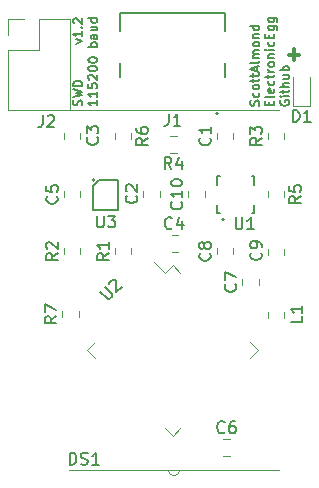
<source format=gto>
G04 #@! TF.GenerationSoftware,KiCad,Pcbnew,(5.1.5)-3*
G04 #@! TF.CreationDate,2020-02-07T15:38:24-08:00*
G04 #@! TF.ProjectId,pcb,7063622e-6b69-4636-9164-5f7063625858,v1.1*
G04 #@! TF.SameCoordinates,Original*
G04 #@! TF.FileFunction,Legend,Top*
G04 #@! TF.FilePolarity,Positive*
%FSLAX46Y46*%
G04 Gerber Fmt 4.6, Leading zero omitted, Abs format (unit mm)*
G04 Created by KiCad (PCBNEW (5.1.5)-3) date 2020-02-07 15:38:24*
%MOMM*%
%LPD*%
G04 APERTURE LIST*
%ADD10C,0.300000*%
%ADD11C,0.127000*%
%ADD12C,0.120000*%
%ADD13C,0.200000*%
%ADD14C,0.150000*%
G04 APERTURE END LIST*
D10*
X152349142Y-91100285D02*
X151434857Y-91100285D01*
X151892000Y-90643142D02*
X151892000Y-91557428D01*
D11*
X148898428Y-95403307D02*
X148934714Y-95294450D01*
X148934714Y-95113021D01*
X148898428Y-95040450D01*
X148862142Y-95004164D01*
X148789571Y-94967878D01*
X148717000Y-94967878D01*
X148644428Y-95004164D01*
X148608142Y-95040450D01*
X148571857Y-95113021D01*
X148535571Y-95258164D01*
X148499285Y-95330735D01*
X148463000Y-95367021D01*
X148390428Y-95403307D01*
X148317857Y-95403307D01*
X148245285Y-95367021D01*
X148209000Y-95330735D01*
X148172714Y-95258164D01*
X148172714Y-95076735D01*
X148209000Y-94967878D01*
X148898428Y-94314735D02*
X148934714Y-94387307D01*
X148934714Y-94532450D01*
X148898428Y-94605021D01*
X148862142Y-94641307D01*
X148789571Y-94677592D01*
X148571857Y-94677592D01*
X148499285Y-94641307D01*
X148463000Y-94605021D01*
X148426714Y-94532450D01*
X148426714Y-94387307D01*
X148463000Y-94314735D01*
X148934714Y-93879307D02*
X148898428Y-93951878D01*
X148862142Y-93988164D01*
X148789571Y-94024450D01*
X148571857Y-94024450D01*
X148499285Y-93988164D01*
X148463000Y-93951878D01*
X148426714Y-93879307D01*
X148426714Y-93770450D01*
X148463000Y-93697878D01*
X148499285Y-93661592D01*
X148571857Y-93625307D01*
X148789571Y-93625307D01*
X148862142Y-93661592D01*
X148898428Y-93697878D01*
X148934714Y-93770450D01*
X148934714Y-93879307D01*
X148426714Y-93407592D02*
X148426714Y-93117307D01*
X148172714Y-93298735D02*
X148825857Y-93298735D01*
X148898428Y-93262450D01*
X148934714Y-93189878D01*
X148934714Y-93117307D01*
X148426714Y-92972164D02*
X148426714Y-92681878D01*
X148172714Y-92863307D02*
X148825857Y-92863307D01*
X148898428Y-92827021D01*
X148934714Y-92754450D01*
X148934714Y-92681878D01*
X148717000Y-92464164D02*
X148717000Y-92101307D01*
X148934714Y-92536735D02*
X148172714Y-92282735D01*
X148934714Y-92028735D01*
X148934714Y-91665878D02*
X148898428Y-91738450D01*
X148825857Y-91774735D01*
X148172714Y-91774735D01*
X148934714Y-91375592D02*
X148426714Y-91375592D01*
X148499285Y-91375592D02*
X148463000Y-91339307D01*
X148426714Y-91266735D01*
X148426714Y-91157878D01*
X148463000Y-91085307D01*
X148535571Y-91049021D01*
X148934714Y-91049021D01*
X148535571Y-91049021D02*
X148463000Y-91012735D01*
X148426714Y-90940164D01*
X148426714Y-90831307D01*
X148463000Y-90758735D01*
X148535571Y-90722450D01*
X148934714Y-90722450D01*
X148934714Y-90250735D02*
X148898428Y-90323307D01*
X148862142Y-90359592D01*
X148789571Y-90395878D01*
X148571857Y-90395878D01*
X148499285Y-90359592D01*
X148463000Y-90323307D01*
X148426714Y-90250735D01*
X148426714Y-90141878D01*
X148463000Y-90069307D01*
X148499285Y-90033021D01*
X148571857Y-89996735D01*
X148789571Y-89996735D01*
X148862142Y-90033021D01*
X148898428Y-90069307D01*
X148934714Y-90141878D01*
X148934714Y-90250735D01*
X148426714Y-89670164D02*
X148934714Y-89670164D01*
X148499285Y-89670164D02*
X148463000Y-89633878D01*
X148426714Y-89561307D01*
X148426714Y-89452450D01*
X148463000Y-89379878D01*
X148535571Y-89343592D01*
X148934714Y-89343592D01*
X148934714Y-88654164D02*
X148172714Y-88654164D01*
X148898428Y-88654164D02*
X148934714Y-88726735D01*
X148934714Y-88871878D01*
X148898428Y-88944450D01*
X148862142Y-88980735D01*
X148789571Y-89017021D01*
X148571857Y-89017021D01*
X148499285Y-88980735D01*
X148463000Y-88944450D01*
X148426714Y-88871878D01*
X148426714Y-88726735D01*
X148463000Y-88654164D01*
X149805571Y-95367021D02*
X149805571Y-95113021D01*
X150204714Y-95004164D02*
X150204714Y-95367021D01*
X149442714Y-95367021D01*
X149442714Y-95004164D01*
X150204714Y-94568735D02*
X150168428Y-94641307D01*
X150095857Y-94677592D01*
X149442714Y-94677592D01*
X150168428Y-93988164D02*
X150204714Y-94060735D01*
X150204714Y-94205878D01*
X150168428Y-94278450D01*
X150095857Y-94314735D01*
X149805571Y-94314735D01*
X149733000Y-94278450D01*
X149696714Y-94205878D01*
X149696714Y-94060735D01*
X149733000Y-93988164D01*
X149805571Y-93951878D01*
X149878142Y-93951878D01*
X149950714Y-94314735D01*
X150168428Y-93298735D02*
X150204714Y-93371307D01*
X150204714Y-93516450D01*
X150168428Y-93589021D01*
X150132142Y-93625307D01*
X150059571Y-93661592D01*
X149841857Y-93661592D01*
X149769285Y-93625307D01*
X149733000Y-93589021D01*
X149696714Y-93516450D01*
X149696714Y-93371307D01*
X149733000Y-93298735D01*
X149696714Y-93081021D02*
X149696714Y-92790735D01*
X149442714Y-92972164D02*
X150095857Y-92972164D01*
X150168428Y-92935878D01*
X150204714Y-92863307D01*
X150204714Y-92790735D01*
X150204714Y-92536735D02*
X149696714Y-92536735D01*
X149841857Y-92536735D02*
X149769285Y-92500450D01*
X149733000Y-92464164D01*
X149696714Y-92391592D01*
X149696714Y-92319021D01*
X150204714Y-91956164D02*
X150168428Y-92028735D01*
X150132142Y-92065021D01*
X150059571Y-92101307D01*
X149841857Y-92101307D01*
X149769285Y-92065021D01*
X149733000Y-92028735D01*
X149696714Y-91956164D01*
X149696714Y-91847307D01*
X149733000Y-91774735D01*
X149769285Y-91738450D01*
X149841857Y-91702164D01*
X150059571Y-91702164D01*
X150132142Y-91738450D01*
X150168428Y-91774735D01*
X150204714Y-91847307D01*
X150204714Y-91956164D01*
X149696714Y-91375592D02*
X150204714Y-91375592D01*
X149769285Y-91375592D02*
X149733000Y-91339307D01*
X149696714Y-91266735D01*
X149696714Y-91157878D01*
X149733000Y-91085307D01*
X149805571Y-91049021D01*
X150204714Y-91049021D01*
X150204714Y-90686164D02*
X149696714Y-90686164D01*
X149442714Y-90686164D02*
X149479000Y-90722450D01*
X149515285Y-90686164D01*
X149479000Y-90649878D01*
X149442714Y-90686164D01*
X149515285Y-90686164D01*
X150168428Y-89996735D02*
X150204714Y-90069307D01*
X150204714Y-90214450D01*
X150168428Y-90287021D01*
X150132142Y-90323307D01*
X150059571Y-90359592D01*
X149841857Y-90359592D01*
X149769285Y-90323307D01*
X149733000Y-90287021D01*
X149696714Y-90214450D01*
X149696714Y-90069307D01*
X149733000Y-89996735D01*
X149805571Y-89670164D02*
X149805571Y-89416164D01*
X150204714Y-89307307D02*
X150204714Y-89670164D01*
X149442714Y-89670164D01*
X149442714Y-89307307D01*
X149696714Y-88654164D02*
X150313571Y-88654164D01*
X150386142Y-88690450D01*
X150422428Y-88726735D01*
X150458714Y-88799307D01*
X150458714Y-88908164D01*
X150422428Y-88980735D01*
X150168428Y-88654164D02*
X150204714Y-88726735D01*
X150204714Y-88871878D01*
X150168428Y-88944450D01*
X150132142Y-88980735D01*
X150059571Y-89017021D01*
X149841857Y-89017021D01*
X149769285Y-88980735D01*
X149733000Y-88944450D01*
X149696714Y-88871878D01*
X149696714Y-88726735D01*
X149733000Y-88654164D01*
X149696714Y-87964735D02*
X150313571Y-87964735D01*
X150386142Y-88001021D01*
X150422428Y-88037307D01*
X150458714Y-88109878D01*
X150458714Y-88218735D01*
X150422428Y-88291307D01*
X150168428Y-87964735D02*
X150204714Y-88037307D01*
X150204714Y-88182450D01*
X150168428Y-88255021D01*
X150132142Y-88291307D01*
X150059571Y-88327592D01*
X149841857Y-88327592D01*
X149769285Y-88291307D01*
X149733000Y-88255021D01*
X149696714Y-88182450D01*
X149696714Y-88037307D01*
X149733000Y-87964735D01*
X150749000Y-94967878D02*
X150712714Y-95040450D01*
X150712714Y-95149307D01*
X150749000Y-95258164D01*
X150821571Y-95330735D01*
X150894142Y-95367021D01*
X151039285Y-95403307D01*
X151148142Y-95403307D01*
X151293285Y-95367021D01*
X151365857Y-95330735D01*
X151438428Y-95258164D01*
X151474714Y-95149307D01*
X151474714Y-95076735D01*
X151438428Y-94967878D01*
X151402142Y-94931592D01*
X151148142Y-94931592D01*
X151148142Y-95076735D01*
X151474714Y-94605021D02*
X150966714Y-94605021D01*
X150712714Y-94605021D02*
X150749000Y-94641307D01*
X150785285Y-94605021D01*
X150749000Y-94568735D01*
X150712714Y-94605021D01*
X150785285Y-94605021D01*
X150966714Y-94351021D02*
X150966714Y-94060735D01*
X150712714Y-94242164D02*
X151365857Y-94242164D01*
X151438428Y-94205878D01*
X151474714Y-94133307D01*
X151474714Y-94060735D01*
X151474714Y-93806735D02*
X150712714Y-93806735D01*
X151474714Y-93480164D02*
X151075571Y-93480164D01*
X151003000Y-93516450D01*
X150966714Y-93589021D01*
X150966714Y-93697878D01*
X151003000Y-93770450D01*
X151039285Y-93806735D01*
X150966714Y-92790735D02*
X151474714Y-92790735D01*
X150966714Y-93117307D02*
X151365857Y-93117307D01*
X151438428Y-93081021D01*
X151474714Y-93008450D01*
X151474714Y-92899592D01*
X151438428Y-92827021D01*
X151402142Y-92790735D01*
X151474714Y-92427878D02*
X150712714Y-92427878D01*
X151003000Y-92427878D02*
X150966714Y-92355307D01*
X150966714Y-92210164D01*
X151003000Y-92137592D01*
X151039285Y-92101307D01*
X151111857Y-92065021D01*
X151329571Y-92065021D01*
X151402142Y-92101307D01*
X151438428Y-92137592D01*
X151474714Y-92210164D01*
X151474714Y-92355307D01*
X151438428Y-92427878D01*
X133912428Y-95377000D02*
X133948714Y-95268142D01*
X133948714Y-95086714D01*
X133912428Y-95014142D01*
X133876142Y-94977857D01*
X133803571Y-94941571D01*
X133731000Y-94941571D01*
X133658428Y-94977857D01*
X133622142Y-95014142D01*
X133585857Y-95086714D01*
X133549571Y-95231857D01*
X133513285Y-95304428D01*
X133477000Y-95340714D01*
X133404428Y-95377000D01*
X133331857Y-95377000D01*
X133259285Y-95340714D01*
X133223000Y-95304428D01*
X133186714Y-95231857D01*
X133186714Y-95050428D01*
X133223000Y-94941571D01*
X133186714Y-94687571D02*
X133948714Y-94506142D01*
X133404428Y-94361000D01*
X133948714Y-94215857D01*
X133186714Y-94034428D01*
X133948714Y-93744142D02*
X133186714Y-93744142D01*
X133186714Y-93562714D01*
X133223000Y-93453857D01*
X133295571Y-93381285D01*
X133368142Y-93345000D01*
X133513285Y-93308714D01*
X133622142Y-93308714D01*
X133767285Y-93345000D01*
X133839857Y-93381285D01*
X133912428Y-93453857D01*
X133948714Y-93562714D01*
X133948714Y-93744142D01*
X133440714Y-90151857D02*
X133948714Y-89970428D01*
X133440714Y-89789000D01*
X133948714Y-89099571D02*
X133948714Y-89535000D01*
X133948714Y-89317285D02*
X133186714Y-89317285D01*
X133295571Y-89389857D01*
X133368142Y-89462428D01*
X133404428Y-89535000D01*
X133876142Y-88773000D02*
X133912428Y-88736714D01*
X133948714Y-88773000D01*
X133912428Y-88809285D01*
X133876142Y-88773000D01*
X133948714Y-88773000D01*
X133259285Y-88446428D02*
X133223000Y-88410142D01*
X133186714Y-88337571D01*
X133186714Y-88156142D01*
X133223000Y-88083571D01*
X133259285Y-88047285D01*
X133331857Y-88011000D01*
X133404428Y-88011000D01*
X133513285Y-88047285D01*
X133948714Y-88482714D01*
X133948714Y-88011000D01*
X135218714Y-94959714D02*
X135218714Y-95395142D01*
X135218714Y-95177428D02*
X134456714Y-95177428D01*
X134565571Y-95250000D01*
X134638142Y-95322571D01*
X134674428Y-95395142D01*
X135218714Y-94234000D02*
X135218714Y-94669428D01*
X135218714Y-94451714D02*
X134456714Y-94451714D01*
X134565571Y-94524285D01*
X134638142Y-94596857D01*
X134674428Y-94669428D01*
X134456714Y-93544571D02*
X134456714Y-93907428D01*
X134819571Y-93943714D01*
X134783285Y-93907428D01*
X134747000Y-93834857D01*
X134747000Y-93653428D01*
X134783285Y-93580857D01*
X134819571Y-93544571D01*
X134892142Y-93508285D01*
X135073571Y-93508285D01*
X135146142Y-93544571D01*
X135182428Y-93580857D01*
X135218714Y-93653428D01*
X135218714Y-93834857D01*
X135182428Y-93907428D01*
X135146142Y-93943714D01*
X134529285Y-93218000D02*
X134493000Y-93181714D01*
X134456714Y-93109142D01*
X134456714Y-92927714D01*
X134493000Y-92855142D01*
X134529285Y-92818857D01*
X134601857Y-92782571D01*
X134674428Y-92782571D01*
X134783285Y-92818857D01*
X135218714Y-93254285D01*
X135218714Y-92782571D01*
X134456714Y-92310857D02*
X134456714Y-92238285D01*
X134493000Y-92165714D01*
X134529285Y-92129428D01*
X134601857Y-92093142D01*
X134747000Y-92056857D01*
X134928428Y-92056857D01*
X135073571Y-92093142D01*
X135146142Y-92129428D01*
X135182428Y-92165714D01*
X135218714Y-92238285D01*
X135218714Y-92310857D01*
X135182428Y-92383428D01*
X135146142Y-92419714D01*
X135073571Y-92456000D01*
X134928428Y-92492285D01*
X134747000Y-92492285D01*
X134601857Y-92456000D01*
X134529285Y-92419714D01*
X134493000Y-92383428D01*
X134456714Y-92310857D01*
X134456714Y-91585142D02*
X134456714Y-91512571D01*
X134493000Y-91440000D01*
X134529285Y-91403714D01*
X134601857Y-91367428D01*
X134747000Y-91331142D01*
X134928428Y-91331142D01*
X135073571Y-91367428D01*
X135146142Y-91403714D01*
X135182428Y-91440000D01*
X135218714Y-91512571D01*
X135218714Y-91585142D01*
X135182428Y-91657714D01*
X135146142Y-91694000D01*
X135073571Y-91730285D01*
X134928428Y-91766571D01*
X134747000Y-91766571D01*
X134601857Y-91730285D01*
X134529285Y-91694000D01*
X134493000Y-91657714D01*
X134456714Y-91585142D01*
X135218714Y-90424000D02*
X134456714Y-90424000D01*
X134747000Y-90424000D02*
X134710714Y-90351428D01*
X134710714Y-90206285D01*
X134747000Y-90133714D01*
X134783285Y-90097428D01*
X134855857Y-90061142D01*
X135073571Y-90061142D01*
X135146142Y-90097428D01*
X135182428Y-90133714D01*
X135218714Y-90206285D01*
X135218714Y-90351428D01*
X135182428Y-90424000D01*
X135218714Y-89408000D02*
X134819571Y-89408000D01*
X134747000Y-89444285D01*
X134710714Y-89516857D01*
X134710714Y-89662000D01*
X134747000Y-89734571D01*
X135182428Y-89408000D02*
X135218714Y-89480571D01*
X135218714Y-89662000D01*
X135182428Y-89734571D01*
X135109857Y-89770857D01*
X135037285Y-89770857D01*
X134964714Y-89734571D01*
X134928428Y-89662000D01*
X134928428Y-89480571D01*
X134892142Y-89408000D01*
X134710714Y-88718571D02*
X135218714Y-88718571D01*
X134710714Y-89045142D02*
X135109857Y-89045142D01*
X135182428Y-89008857D01*
X135218714Y-88936285D01*
X135218714Y-88827428D01*
X135182428Y-88754857D01*
X135146142Y-88718571D01*
X135218714Y-88029142D02*
X134456714Y-88029142D01*
X135182428Y-88029142D02*
X135218714Y-88101714D01*
X135218714Y-88246857D01*
X135182428Y-88319428D01*
X135146142Y-88355714D01*
X135073571Y-88392000D01*
X134855857Y-88392000D01*
X134783285Y-88355714D01*
X134747000Y-88319428D01*
X134710714Y-88246857D01*
X134710714Y-88101714D01*
X134747000Y-88029142D01*
D12*
X142232000Y-126238000D02*
G75*
G02X141232000Y-126238000I-500000J0D01*
G01*
X150622000Y-95758000D02*
X132842000Y-95758000D01*
X150622000Y-126238000D02*
X132842000Y-126238000D01*
X151078000Y-108033078D02*
X151078000Y-107515922D01*
X149658000Y-108033078D02*
X149658000Y-107515922D01*
X148919000Y-110621578D02*
X148919000Y-110104422D01*
X147499000Y-110621578D02*
X147499000Y-110104422D01*
X146435578Y-125043000D02*
X145918422Y-125043000D01*
X146435578Y-123623000D02*
X145918422Y-123623000D01*
X149658000Y-102659922D02*
X149658000Y-103177078D01*
X151078000Y-102659922D02*
X151078000Y-103177078D01*
X139117000Y-102659922D02*
X139117000Y-103177078D01*
X140537000Y-102659922D02*
X140537000Y-103177078D01*
X141521922Y-107771000D02*
X142039078Y-107771000D01*
X141521922Y-106351000D02*
X142039078Y-106351000D01*
X136704000Y-97736922D02*
X136704000Y-98254078D01*
X138124000Y-97736922D02*
X138124000Y-98254078D01*
X144347000Y-103177078D02*
X144347000Y-102659922D01*
X142927000Y-103177078D02*
X142927000Y-102659922D01*
X141942078Y-97969000D02*
X141424922Y-97969000D01*
X141942078Y-99389000D02*
X141424922Y-99389000D01*
X146760000Y-98224078D02*
X146760000Y-97706922D01*
X145340000Y-98224078D02*
X145340000Y-97706922D01*
X151078000Y-98224078D02*
X151078000Y-97706922D01*
X149658000Y-98224078D02*
X149658000Y-97706922D01*
X145340000Y-107485922D02*
X145340000Y-108003078D01*
X146760000Y-107485922D02*
X146760000Y-108003078D01*
X138124000Y-108003078D02*
X138124000Y-107485922D01*
X136704000Y-108003078D02*
X136704000Y-107485922D01*
X133806000Y-108003078D02*
X133806000Y-107485922D01*
X132386000Y-108003078D02*
X132386000Y-107485922D01*
X132259000Y-112819922D02*
X132259000Y-113337078D01*
X133679000Y-112819922D02*
X133679000Y-113337078D01*
X133806000Y-103177078D02*
X133806000Y-102659922D01*
X132386000Y-103177078D02*
X132386000Y-102659922D01*
X153212000Y-95461500D02*
X153212000Y-92976500D01*
X151842000Y-95461500D02*
X153212000Y-95461500D01*
X151842000Y-92976500D02*
X151842000Y-95461500D01*
X127702000Y-88078000D02*
X129032000Y-88078000D01*
X127702000Y-89408000D02*
X127702000Y-88078000D01*
X130302000Y-88078000D02*
X132902000Y-88078000D01*
X130302000Y-90678000D02*
X130302000Y-88078000D01*
X127702000Y-90678000D02*
X130302000Y-90678000D01*
X132902000Y-88078000D02*
X132902000Y-95818000D01*
X127702000Y-90678000D02*
X127702000Y-95818000D01*
X127702000Y-95818000D02*
X132902000Y-95818000D01*
X132386000Y-97706922D02*
X132386000Y-98224078D01*
X133806000Y-97706922D02*
X133806000Y-98224078D01*
X149658000Y-112849922D02*
X149658000Y-113367078D01*
X151078000Y-112849922D02*
X151078000Y-113367078D01*
D13*
X146075000Y-89063000D02*
X146075000Y-87573000D01*
X146075000Y-87573000D02*
X137135000Y-87573000D01*
X137135000Y-87573000D02*
X137135000Y-89063000D01*
X146075000Y-92993000D02*
X146075000Y-91783000D01*
X137135000Y-92993000D02*
X137135000Y-91783000D01*
X145485000Y-96083000D02*
G75*
G03X145485000Y-96083000I-100000J0D01*
G01*
D11*
X145605000Y-104527000D02*
X145375000Y-104527000D01*
X145375000Y-104527000D02*
X145375000Y-103797000D01*
X145375000Y-102097000D02*
X145375000Y-101367000D01*
X145375000Y-101367000D02*
X145605000Y-101367000D01*
X148305000Y-104527000D02*
X148535000Y-104527000D01*
X148535000Y-104527000D02*
X148535000Y-103797000D01*
X148535000Y-102097000D02*
X148535000Y-101367000D01*
X148535000Y-101367000D02*
X148305000Y-101367000D01*
D13*
X145955000Y-105047000D02*
G75*
G03X145955000Y-105047000I-100000J0D01*
G01*
D12*
X140933249Y-122685380D02*
X141605000Y-123357131D01*
X141605000Y-123357131D02*
X142276751Y-122685380D01*
X135050120Y-116802251D02*
X134378369Y-116130500D01*
X134378369Y-116130500D02*
X135050120Y-115458749D01*
X148159880Y-115458749D02*
X148831631Y-116130500D01*
X148831631Y-116130500D02*
X148159880Y-116802251D01*
X142276751Y-109575620D02*
X141605000Y-108903869D01*
X141605000Y-108903869D02*
X140933249Y-109575620D01*
X140933249Y-109575620D02*
X140021081Y-108663452D01*
D13*
X135363000Y-101715000D02*
X137026000Y-101715000D01*
X137026000Y-101715000D02*
X137026000Y-104241000D01*
X137026000Y-104241000D02*
X134900000Y-104241000D01*
X134900000Y-104241000D02*
X134900000Y-102178000D01*
X134900000Y-102178000D02*
X135363000Y-101715000D01*
X135000000Y-101715000D02*
G75*
G03X135000000Y-101715000I-100000J0D01*
G01*
D14*
X132897714Y-125801380D02*
X132897714Y-124801380D01*
X133135809Y-124801380D01*
X133278666Y-124849000D01*
X133373904Y-124944238D01*
X133421523Y-125039476D01*
X133469142Y-125229952D01*
X133469142Y-125372809D01*
X133421523Y-125563285D01*
X133373904Y-125658523D01*
X133278666Y-125753761D01*
X133135809Y-125801380D01*
X132897714Y-125801380D01*
X133850095Y-125753761D02*
X133992952Y-125801380D01*
X134231047Y-125801380D01*
X134326285Y-125753761D01*
X134373904Y-125706142D01*
X134421523Y-125610904D01*
X134421523Y-125515666D01*
X134373904Y-125420428D01*
X134326285Y-125372809D01*
X134231047Y-125325190D01*
X134040571Y-125277571D01*
X133945333Y-125229952D01*
X133897714Y-125182333D01*
X133850095Y-125087095D01*
X133850095Y-124991857D01*
X133897714Y-124896619D01*
X133945333Y-124849000D01*
X134040571Y-124801380D01*
X134278666Y-124801380D01*
X134421523Y-124849000D01*
X135373904Y-125801380D02*
X134802476Y-125801380D01*
X135088190Y-125801380D02*
X135088190Y-124801380D01*
X134992952Y-124944238D01*
X134897714Y-125039476D01*
X134802476Y-125087095D01*
X149074142Y-107862666D02*
X149121761Y-107910285D01*
X149169380Y-108053142D01*
X149169380Y-108148380D01*
X149121761Y-108291238D01*
X149026523Y-108386476D01*
X148931285Y-108434095D01*
X148740809Y-108481714D01*
X148597952Y-108481714D01*
X148407476Y-108434095D01*
X148312238Y-108386476D01*
X148217000Y-108291238D01*
X148169380Y-108148380D01*
X148169380Y-108053142D01*
X148217000Y-107910285D01*
X148264619Y-107862666D01*
X149169380Y-107386476D02*
X149169380Y-107196000D01*
X149121761Y-107100761D01*
X149074142Y-107053142D01*
X148931285Y-106957904D01*
X148740809Y-106910285D01*
X148359857Y-106910285D01*
X148264619Y-106957904D01*
X148217000Y-107005523D01*
X148169380Y-107100761D01*
X148169380Y-107291238D01*
X148217000Y-107386476D01*
X148264619Y-107434095D01*
X148359857Y-107481714D01*
X148597952Y-107481714D01*
X148693190Y-107434095D01*
X148740809Y-107386476D01*
X148788428Y-107291238D01*
X148788428Y-107100761D01*
X148740809Y-107005523D01*
X148693190Y-106957904D01*
X148597952Y-106910285D01*
X146915142Y-110529666D02*
X146962761Y-110577285D01*
X147010380Y-110720142D01*
X147010380Y-110815380D01*
X146962761Y-110958238D01*
X146867523Y-111053476D01*
X146772285Y-111101095D01*
X146581809Y-111148714D01*
X146438952Y-111148714D01*
X146248476Y-111101095D01*
X146153238Y-111053476D01*
X146058000Y-110958238D01*
X146010380Y-110815380D01*
X146010380Y-110720142D01*
X146058000Y-110577285D01*
X146105619Y-110529666D01*
X146010380Y-110196333D02*
X146010380Y-109529666D01*
X147010380Y-109958238D01*
X146010333Y-123039142D02*
X145962714Y-123086761D01*
X145819857Y-123134380D01*
X145724619Y-123134380D01*
X145581761Y-123086761D01*
X145486523Y-122991523D01*
X145438904Y-122896285D01*
X145391285Y-122705809D01*
X145391285Y-122562952D01*
X145438904Y-122372476D01*
X145486523Y-122277238D01*
X145581761Y-122182000D01*
X145724619Y-122134380D01*
X145819857Y-122134380D01*
X145962714Y-122182000D01*
X146010333Y-122229619D01*
X146867476Y-122134380D02*
X146677000Y-122134380D01*
X146581761Y-122182000D01*
X146534142Y-122229619D01*
X146438904Y-122372476D01*
X146391285Y-122562952D01*
X146391285Y-122943904D01*
X146438904Y-123039142D01*
X146486523Y-123086761D01*
X146581761Y-123134380D01*
X146772238Y-123134380D01*
X146867476Y-123086761D01*
X146915095Y-123039142D01*
X146962714Y-122943904D01*
X146962714Y-122705809D01*
X146915095Y-122610571D01*
X146867476Y-122562952D01*
X146772238Y-122515333D01*
X146581761Y-122515333D01*
X146486523Y-122562952D01*
X146438904Y-122610571D01*
X146391285Y-122705809D01*
X152470380Y-103085166D02*
X151994190Y-103418500D01*
X152470380Y-103656595D02*
X151470380Y-103656595D01*
X151470380Y-103275642D01*
X151518000Y-103180404D01*
X151565619Y-103132785D01*
X151660857Y-103085166D01*
X151803714Y-103085166D01*
X151898952Y-103132785D01*
X151946571Y-103180404D01*
X151994190Y-103275642D01*
X151994190Y-103656595D01*
X151470380Y-102180404D02*
X151470380Y-102656595D01*
X151946571Y-102704214D01*
X151898952Y-102656595D01*
X151851333Y-102561357D01*
X151851333Y-102323261D01*
X151898952Y-102228023D01*
X151946571Y-102180404D01*
X152041809Y-102132785D01*
X152279904Y-102132785D01*
X152375142Y-102180404D01*
X152422761Y-102228023D01*
X152470380Y-102323261D01*
X152470380Y-102561357D01*
X152422761Y-102656595D01*
X152375142Y-102704214D01*
X138533142Y-103036666D02*
X138580761Y-103084285D01*
X138628380Y-103227142D01*
X138628380Y-103322380D01*
X138580761Y-103465238D01*
X138485523Y-103560476D01*
X138390285Y-103608095D01*
X138199809Y-103655714D01*
X138056952Y-103655714D01*
X137866476Y-103608095D01*
X137771238Y-103560476D01*
X137676000Y-103465238D01*
X137628380Y-103322380D01*
X137628380Y-103227142D01*
X137676000Y-103084285D01*
X137723619Y-103036666D01*
X137723619Y-102655714D02*
X137676000Y-102608095D01*
X137628380Y-102512857D01*
X137628380Y-102274761D01*
X137676000Y-102179523D01*
X137723619Y-102131904D01*
X137818857Y-102084285D01*
X137914095Y-102084285D01*
X138056952Y-102131904D01*
X138628380Y-102703333D01*
X138628380Y-102084285D01*
X141565333Y-105767142D02*
X141517714Y-105814761D01*
X141374857Y-105862380D01*
X141279619Y-105862380D01*
X141136761Y-105814761D01*
X141041523Y-105719523D01*
X140993904Y-105624285D01*
X140946285Y-105433809D01*
X140946285Y-105290952D01*
X140993904Y-105100476D01*
X141041523Y-105005238D01*
X141136761Y-104910000D01*
X141279619Y-104862380D01*
X141374857Y-104862380D01*
X141517714Y-104910000D01*
X141565333Y-104957619D01*
X142422476Y-105195714D02*
X142422476Y-105862380D01*
X142184380Y-104814761D02*
X141946285Y-105529047D01*
X142565333Y-105529047D01*
X139516380Y-98162166D02*
X139040190Y-98495500D01*
X139516380Y-98733595D02*
X138516380Y-98733595D01*
X138516380Y-98352642D01*
X138564000Y-98257404D01*
X138611619Y-98209785D01*
X138706857Y-98162166D01*
X138849714Y-98162166D01*
X138944952Y-98209785D01*
X138992571Y-98257404D01*
X139040190Y-98352642D01*
X139040190Y-98733595D01*
X138516380Y-97305023D02*
X138516380Y-97495500D01*
X138564000Y-97590738D01*
X138611619Y-97638357D01*
X138754476Y-97733595D01*
X138944952Y-97781214D01*
X139325904Y-97781214D01*
X139421142Y-97733595D01*
X139468761Y-97685976D01*
X139516380Y-97590738D01*
X139516380Y-97400261D01*
X139468761Y-97305023D01*
X139421142Y-97257404D01*
X139325904Y-97209785D01*
X139087809Y-97209785D01*
X138992571Y-97257404D01*
X138944952Y-97305023D01*
X138897333Y-97400261D01*
X138897333Y-97590738D01*
X138944952Y-97685976D01*
X138992571Y-97733595D01*
X139087809Y-97781214D01*
X142344142Y-103561357D02*
X142391761Y-103608976D01*
X142439380Y-103751833D01*
X142439380Y-103847071D01*
X142391761Y-103989928D01*
X142296523Y-104085166D01*
X142201285Y-104132785D01*
X142010809Y-104180404D01*
X141867952Y-104180404D01*
X141677476Y-104132785D01*
X141582238Y-104085166D01*
X141487000Y-103989928D01*
X141439380Y-103847071D01*
X141439380Y-103751833D01*
X141487000Y-103608976D01*
X141534619Y-103561357D01*
X142439380Y-102608976D02*
X142439380Y-103180404D01*
X142439380Y-102894690D02*
X141439380Y-102894690D01*
X141582238Y-102989928D01*
X141677476Y-103085166D01*
X141725095Y-103180404D01*
X141439380Y-101989928D02*
X141439380Y-101894690D01*
X141487000Y-101799452D01*
X141534619Y-101751833D01*
X141629857Y-101704214D01*
X141820333Y-101656595D01*
X142058428Y-101656595D01*
X142248904Y-101704214D01*
X142344142Y-101751833D01*
X142391761Y-101799452D01*
X142439380Y-101894690D01*
X142439380Y-101989928D01*
X142391761Y-102085166D01*
X142344142Y-102132785D01*
X142248904Y-102180404D01*
X142058428Y-102228023D01*
X141820333Y-102228023D01*
X141629857Y-102180404D01*
X141534619Y-102132785D01*
X141487000Y-102085166D01*
X141439380Y-101989928D01*
X141516833Y-100781380D02*
X141183500Y-100305190D01*
X140945404Y-100781380D02*
X140945404Y-99781380D01*
X141326357Y-99781380D01*
X141421595Y-99829000D01*
X141469214Y-99876619D01*
X141516833Y-99971857D01*
X141516833Y-100114714D01*
X141469214Y-100209952D01*
X141421595Y-100257571D01*
X141326357Y-100305190D01*
X140945404Y-100305190D01*
X142373976Y-100114714D02*
X142373976Y-100781380D01*
X142135880Y-99733761D02*
X141897785Y-100448047D01*
X142516833Y-100448047D01*
X144757142Y-98132166D02*
X144804761Y-98179785D01*
X144852380Y-98322642D01*
X144852380Y-98417880D01*
X144804761Y-98560738D01*
X144709523Y-98655976D01*
X144614285Y-98703595D01*
X144423809Y-98751214D01*
X144280952Y-98751214D01*
X144090476Y-98703595D01*
X143995238Y-98655976D01*
X143900000Y-98560738D01*
X143852380Y-98417880D01*
X143852380Y-98322642D01*
X143900000Y-98179785D01*
X143947619Y-98132166D01*
X144852380Y-97179785D02*
X144852380Y-97751214D01*
X144852380Y-97465500D02*
X143852380Y-97465500D01*
X143995238Y-97560738D01*
X144090476Y-97655976D01*
X144138095Y-97751214D01*
X149170380Y-98132166D02*
X148694190Y-98465500D01*
X149170380Y-98703595D02*
X148170380Y-98703595D01*
X148170380Y-98322642D01*
X148218000Y-98227404D01*
X148265619Y-98179785D01*
X148360857Y-98132166D01*
X148503714Y-98132166D01*
X148598952Y-98179785D01*
X148646571Y-98227404D01*
X148694190Y-98322642D01*
X148694190Y-98703595D01*
X148170380Y-97798833D02*
X148170380Y-97179785D01*
X148551333Y-97513119D01*
X148551333Y-97370261D01*
X148598952Y-97275023D01*
X148646571Y-97227404D01*
X148741809Y-97179785D01*
X148979904Y-97179785D01*
X149075142Y-97227404D01*
X149122761Y-97275023D01*
X149170380Y-97370261D01*
X149170380Y-97655976D01*
X149122761Y-97751214D01*
X149075142Y-97798833D01*
X144756142Y-107911166D02*
X144803761Y-107958785D01*
X144851380Y-108101642D01*
X144851380Y-108196880D01*
X144803761Y-108339738D01*
X144708523Y-108434976D01*
X144613285Y-108482595D01*
X144422809Y-108530214D01*
X144279952Y-108530214D01*
X144089476Y-108482595D01*
X143994238Y-108434976D01*
X143899000Y-108339738D01*
X143851380Y-108196880D01*
X143851380Y-108101642D01*
X143899000Y-107958785D01*
X143946619Y-107911166D01*
X144279952Y-107339738D02*
X144232333Y-107434976D01*
X144184714Y-107482595D01*
X144089476Y-107530214D01*
X144041857Y-107530214D01*
X143946619Y-107482595D01*
X143899000Y-107434976D01*
X143851380Y-107339738D01*
X143851380Y-107149261D01*
X143899000Y-107054023D01*
X143946619Y-107006404D01*
X144041857Y-106958785D01*
X144089476Y-106958785D01*
X144184714Y-107006404D01*
X144232333Y-107054023D01*
X144279952Y-107149261D01*
X144279952Y-107339738D01*
X144327571Y-107434976D01*
X144375190Y-107482595D01*
X144470428Y-107530214D01*
X144660904Y-107530214D01*
X144756142Y-107482595D01*
X144803761Y-107434976D01*
X144851380Y-107339738D01*
X144851380Y-107149261D01*
X144803761Y-107054023D01*
X144756142Y-107006404D01*
X144660904Y-106958785D01*
X144470428Y-106958785D01*
X144375190Y-107006404D01*
X144327571Y-107054023D01*
X144279952Y-107149261D01*
X136216380Y-107911166D02*
X135740190Y-108244500D01*
X136216380Y-108482595D02*
X135216380Y-108482595D01*
X135216380Y-108101642D01*
X135264000Y-108006404D01*
X135311619Y-107958785D01*
X135406857Y-107911166D01*
X135549714Y-107911166D01*
X135644952Y-107958785D01*
X135692571Y-108006404D01*
X135740190Y-108101642D01*
X135740190Y-108482595D01*
X136216380Y-106958785D02*
X136216380Y-107530214D01*
X136216380Y-107244500D02*
X135216380Y-107244500D01*
X135359238Y-107339738D01*
X135454476Y-107434976D01*
X135502095Y-107530214D01*
X131898380Y-107911166D02*
X131422190Y-108244500D01*
X131898380Y-108482595D02*
X130898380Y-108482595D01*
X130898380Y-108101642D01*
X130946000Y-108006404D01*
X130993619Y-107958785D01*
X131088857Y-107911166D01*
X131231714Y-107911166D01*
X131326952Y-107958785D01*
X131374571Y-108006404D01*
X131422190Y-108101642D01*
X131422190Y-108482595D01*
X130993619Y-107530214D02*
X130946000Y-107482595D01*
X130898380Y-107387357D01*
X130898380Y-107149261D01*
X130946000Y-107054023D01*
X130993619Y-107006404D01*
X131088857Y-106958785D01*
X131184095Y-106958785D01*
X131326952Y-107006404D01*
X131898380Y-107577833D01*
X131898380Y-106958785D01*
X131770380Y-113245166D02*
X131294190Y-113578500D01*
X131770380Y-113816595D02*
X130770380Y-113816595D01*
X130770380Y-113435642D01*
X130818000Y-113340404D01*
X130865619Y-113292785D01*
X130960857Y-113245166D01*
X131103714Y-113245166D01*
X131198952Y-113292785D01*
X131246571Y-113340404D01*
X131294190Y-113435642D01*
X131294190Y-113816595D01*
X130770380Y-112911833D02*
X130770380Y-112245166D01*
X131770380Y-112673738D01*
X131803142Y-103085166D02*
X131850761Y-103132785D01*
X131898380Y-103275642D01*
X131898380Y-103370880D01*
X131850761Y-103513738D01*
X131755523Y-103608976D01*
X131660285Y-103656595D01*
X131469809Y-103704214D01*
X131326952Y-103704214D01*
X131136476Y-103656595D01*
X131041238Y-103608976D01*
X130946000Y-103513738D01*
X130898380Y-103370880D01*
X130898380Y-103275642D01*
X130946000Y-103132785D01*
X130993619Y-103085166D01*
X130898380Y-102180404D02*
X130898380Y-102656595D01*
X131374571Y-102704214D01*
X131326952Y-102656595D01*
X131279333Y-102561357D01*
X131279333Y-102323261D01*
X131326952Y-102228023D01*
X131374571Y-102180404D01*
X131469809Y-102132785D01*
X131707904Y-102132785D01*
X131803142Y-102180404D01*
X131850761Y-102228023D01*
X131898380Y-102323261D01*
X131898380Y-102561357D01*
X131850761Y-102656595D01*
X131803142Y-102704214D01*
X151788904Y-96768880D02*
X151788904Y-95768880D01*
X152027000Y-95768880D01*
X152169857Y-95816500D01*
X152265095Y-95911738D01*
X152312714Y-96006976D01*
X152360333Y-96197452D01*
X152360333Y-96340309D01*
X152312714Y-96530785D01*
X152265095Y-96626023D01*
X152169857Y-96721261D01*
X152027000Y-96768880D01*
X151788904Y-96768880D01*
X153312714Y-96768880D02*
X152741285Y-96768880D01*
X153027000Y-96768880D02*
X153027000Y-95768880D01*
X152931761Y-95911738D01*
X152836523Y-96006976D01*
X152741285Y-96054595D01*
X130603666Y-96226380D02*
X130603666Y-96940666D01*
X130556047Y-97083523D01*
X130460809Y-97178761D01*
X130317952Y-97226380D01*
X130222714Y-97226380D01*
X131032238Y-96321619D02*
X131079857Y-96274000D01*
X131175095Y-96226380D01*
X131413190Y-96226380D01*
X131508428Y-96274000D01*
X131556047Y-96321619D01*
X131603666Y-96416857D01*
X131603666Y-96512095D01*
X131556047Y-96654952D01*
X130984619Y-97226380D01*
X131603666Y-97226380D01*
X135231142Y-98083666D02*
X135278761Y-98131285D01*
X135326380Y-98274142D01*
X135326380Y-98369380D01*
X135278761Y-98512238D01*
X135183523Y-98607476D01*
X135088285Y-98655095D01*
X134897809Y-98702714D01*
X134754952Y-98702714D01*
X134564476Y-98655095D01*
X134469238Y-98607476D01*
X134374000Y-98512238D01*
X134326380Y-98369380D01*
X134326380Y-98274142D01*
X134374000Y-98131285D01*
X134421619Y-98083666D01*
X134326380Y-97750333D02*
X134326380Y-97131285D01*
X134707333Y-97464619D01*
X134707333Y-97321761D01*
X134754952Y-97226523D01*
X134802571Y-97178904D01*
X134897809Y-97131285D01*
X135135904Y-97131285D01*
X135231142Y-97178904D01*
X135278761Y-97226523D01*
X135326380Y-97321761D01*
X135326380Y-97607476D01*
X135278761Y-97702714D01*
X135231142Y-97750333D01*
X152598380Y-113226666D02*
X152598380Y-113702857D01*
X151598380Y-113702857D01*
X152598380Y-112369523D02*
X152598380Y-112940952D01*
X152598380Y-112655238D02*
X151598380Y-112655238D01*
X151741238Y-112750476D01*
X151836476Y-112845714D01*
X151884095Y-112940952D01*
X141271666Y-96099380D02*
X141271666Y-96813666D01*
X141224047Y-96956523D01*
X141128809Y-97051761D01*
X140985952Y-97099380D01*
X140890714Y-97099380D01*
X142271666Y-97099380D02*
X141700238Y-97099380D01*
X141985952Y-97099380D02*
X141985952Y-96099380D01*
X141890714Y-96242238D01*
X141795476Y-96337476D01*
X141700238Y-96385095D01*
X146939095Y-104862380D02*
X146939095Y-105671904D01*
X146986714Y-105767142D01*
X147034333Y-105814761D01*
X147129571Y-105862380D01*
X147320047Y-105862380D01*
X147415285Y-105814761D01*
X147462904Y-105767142D01*
X147510523Y-105671904D01*
X147510523Y-104862380D01*
X148510523Y-105862380D02*
X147939095Y-105862380D01*
X148224809Y-105862380D02*
X148224809Y-104862380D01*
X148129571Y-105005238D01*
X148034333Y-105100476D01*
X147939095Y-105148095D01*
X135472026Y-111149521D02*
X136044446Y-111721941D01*
X136145461Y-111755613D01*
X136212805Y-111755613D01*
X136313820Y-111721941D01*
X136448507Y-111587254D01*
X136482179Y-111486239D01*
X136482179Y-111418895D01*
X136448507Y-111317880D01*
X135876087Y-110745460D01*
X136246477Y-110509758D02*
X136246477Y-110442415D01*
X136280148Y-110341399D01*
X136448507Y-110173041D01*
X136549522Y-110139369D01*
X136616866Y-110139369D01*
X136717881Y-110173041D01*
X136785225Y-110240384D01*
X136852568Y-110375071D01*
X136852568Y-111183193D01*
X137290301Y-110745460D01*
X135201095Y-104716380D02*
X135201095Y-105525904D01*
X135248714Y-105621142D01*
X135296333Y-105668761D01*
X135391571Y-105716380D01*
X135582047Y-105716380D01*
X135677285Y-105668761D01*
X135724904Y-105621142D01*
X135772523Y-105525904D01*
X135772523Y-104716380D01*
X136153476Y-104716380D02*
X136772523Y-104716380D01*
X136439190Y-105097333D01*
X136582047Y-105097333D01*
X136677285Y-105144952D01*
X136724904Y-105192571D01*
X136772523Y-105287809D01*
X136772523Y-105525904D01*
X136724904Y-105621142D01*
X136677285Y-105668761D01*
X136582047Y-105716380D01*
X136296333Y-105716380D01*
X136201095Y-105668761D01*
X136153476Y-105621142D01*
M02*

</source>
